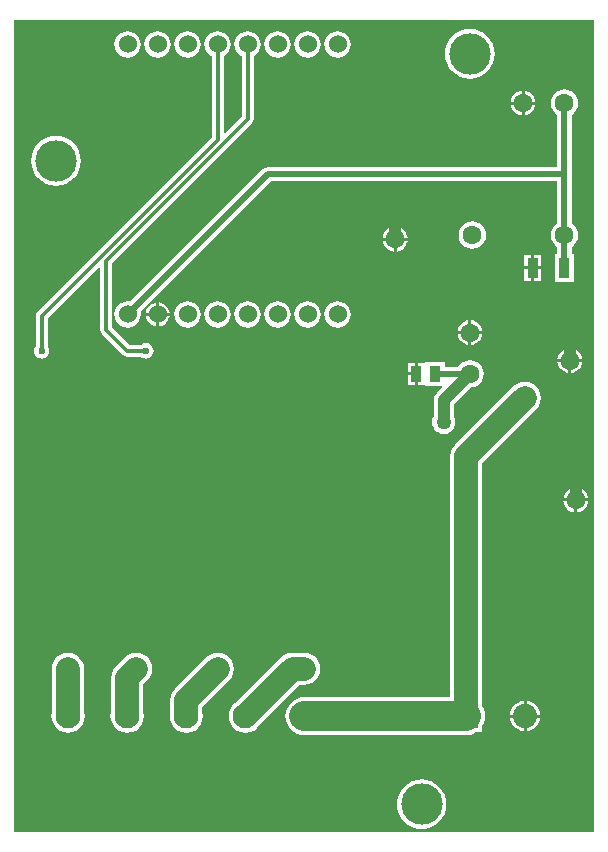
<source format=gbl>
G04*
G04 #@! TF.GenerationSoftware,Altium Limited,Altium Designer,18.0.9 (584)*
G04*
G04 Layer_Physical_Order=2*
G04 Layer_Color=16711680*
%FSLAX25Y25*%
%MOIN*%
G70*
G01*
G75*
%ADD10C,0.01968*%
%ADD15C,0.07874*%
%ADD45R,0.03740X0.05315*%
%ADD48C,0.01181*%
%ADD49C,0.03937*%
%ADD50C,0.09843*%
%ADD51C,0.06299*%
%ADD52R,0.08071X0.08071*%
%ADD53C,0.08071*%
%ADD54C,0.13780*%
%ADD55C,0.06000*%
%ADD56C,0.08268*%
%ADD57C,0.05000*%
%ADD58C,0.05906*%
%ADD59C,0.02362*%
%ADD60R,0.03740X0.06693*%
G36*
X195729Y2598D02*
X2598D01*
X2598Y273091D01*
X195729D01*
X195729Y2598D01*
D02*
G37*
%LPC*%
G36*
X110335Y269475D02*
X109192Y269324D01*
X108127Y268883D01*
X107212Y268181D01*
X106510Y267267D01*
X106069Y266202D01*
X105919Y265059D01*
X106069Y263916D01*
X106510Y262851D01*
X107212Y261937D01*
X108127Y261235D01*
X109192Y260794D01*
X110335Y260643D01*
X111477Y260794D01*
X112542Y261235D01*
X113457Y261937D01*
X114159Y262851D01*
X114600Y263916D01*
X114750Y265059D01*
X114600Y266202D01*
X114159Y267267D01*
X113457Y268181D01*
X112542Y268883D01*
X111477Y269324D01*
X110335Y269475D01*
D02*
G37*
G36*
X100335D02*
X99192Y269324D01*
X98127Y268883D01*
X97212Y268181D01*
X96510Y267267D01*
X96069Y266202D01*
X95919Y265059D01*
X96069Y263916D01*
X96510Y262851D01*
X97212Y261937D01*
X98127Y261235D01*
X99192Y260794D01*
X100335Y260643D01*
X101478Y260794D01*
X102542Y261235D01*
X103457Y261937D01*
X104159Y262851D01*
X104600Y263916D01*
X104750Y265059D01*
X104600Y266202D01*
X104159Y267267D01*
X103457Y268181D01*
X102542Y268883D01*
X101478Y269324D01*
X100335Y269475D01*
D02*
G37*
G36*
X90335D02*
X89192Y269324D01*
X88127Y268883D01*
X87212Y268181D01*
X86510Y267267D01*
X86069Y266202D01*
X85919Y265059D01*
X86069Y263916D01*
X86510Y262851D01*
X87212Y261937D01*
X88127Y261235D01*
X89192Y260794D01*
X90335Y260643D01*
X91478Y260794D01*
X92542Y261235D01*
X93457Y261937D01*
X94159Y262851D01*
X94600Y263916D01*
X94750Y265059D01*
X94600Y266202D01*
X94159Y267267D01*
X93457Y268181D01*
X92542Y268883D01*
X91478Y269324D01*
X90335Y269475D01*
D02*
G37*
G36*
X60335D02*
X59192Y269324D01*
X58127Y268883D01*
X57212Y268181D01*
X56511Y267267D01*
X56069Y266202D01*
X55919Y265059D01*
X56069Y263916D01*
X56511Y262851D01*
X57212Y261937D01*
X58127Y261235D01*
X59192Y260794D01*
X60335Y260643D01*
X61478Y260794D01*
X62542Y261235D01*
X63457Y261937D01*
X64159Y262851D01*
X64600Y263916D01*
X64750Y265059D01*
X64600Y266202D01*
X64159Y267267D01*
X63457Y268181D01*
X62542Y268883D01*
X61478Y269324D01*
X60335Y269475D01*
D02*
G37*
G36*
X50335D02*
X49192Y269324D01*
X48127Y268883D01*
X47212Y268181D01*
X46510Y267267D01*
X46069Y266202D01*
X45919Y265059D01*
X46069Y263916D01*
X46510Y262851D01*
X47212Y261937D01*
X48127Y261235D01*
X49192Y260794D01*
X50335Y260643D01*
X51477Y260794D01*
X52543Y261235D01*
X53457Y261937D01*
X54159Y262851D01*
X54600Y263916D01*
X54750Y265059D01*
X54600Y266202D01*
X54159Y267267D01*
X53457Y268181D01*
X52543Y268883D01*
X51477Y269324D01*
X50335Y269475D01*
D02*
G37*
G36*
X40335D02*
X39192Y269324D01*
X38127Y268883D01*
X37212Y268181D01*
X36511Y267267D01*
X36069Y266202D01*
X35919Y265059D01*
X36069Y263916D01*
X36511Y262851D01*
X37212Y261937D01*
X38127Y261235D01*
X39192Y260794D01*
X40335Y260643D01*
X41478Y260794D01*
X42542Y261235D01*
X43457Y261937D01*
X44159Y262851D01*
X44600Y263916D01*
X44750Y265059D01*
X44600Y266202D01*
X44159Y267267D01*
X43457Y268181D01*
X42542Y268883D01*
X41478Y269324D01*
X40335Y269475D01*
D02*
G37*
G36*
X154331Y270217D02*
X152710Y270058D01*
X151152Y269585D01*
X149715Y268817D01*
X148456Y267784D01*
X147423Y266525D01*
X146655Y265089D01*
X146183Y263530D01*
X146023Y261910D01*
X146183Y260289D01*
X146655Y258730D01*
X147423Y257294D01*
X148456Y256035D01*
X149715Y255002D01*
X151152Y254234D01*
X152710Y253761D01*
X154331Y253602D01*
X155951Y253761D01*
X157510Y254234D01*
X158946Y255002D01*
X160205Y256035D01*
X161238Y257294D01*
X162006Y258730D01*
X162479Y260289D01*
X162638Y261910D01*
X162479Y263530D01*
X162006Y265089D01*
X161238Y266525D01*
X160205Y267784D01*
X158946Y268817D01*
X157510Y269585D01*
X155951Y270058D01*
X154331Y270217D01*
D02*
G37*
G36*
X172646Y249592D02*
Y245972D01*
X176265D01*
X176189Y246556D01*
X175770Y247565D01*
X175105Y248432D01*
X174238Y249097D01*
X173229Y249515D01*
X172646Y249592D01*
D02*
G37*
G36*
X171646Y249592D02*
X171062Y249515D01*
X170053Y249097D01*
X169186Y248432D01*
X168521Y247565D01*
X168103Y246556D01*
X168026Y245972D01*
X171646D01*
Y249592D01*
D02*
G37*
G36*
Y244972D02*
X168026D01*
X168103Y244389D01*
X168521Y243380D01*
X169186Y242513D01*
X170053Y241848D01*
X171062Y241430D01*
X171646Y241353D01*
Y244972D01*
D02*
G37*
G36*
X176265D02*
X172646D01*
Y241353D01*
X173229Y241430D01*
X174238Y241848D01*
X175105Y242513D01*
X175770Y243380D01*
X176189Y244389D01*
X176265Y244972D01*
D02*
G37*
G36*
X80335Y269475D02*
X79192Y269324D01*
X78127Y268883D01*
X77212Y268181D01*
X76511Y267267D01*
X76069Y266202D01*
X75919Y265059D01*
X76069Y263916D01*
X76511Y262851D01*
X77212Y261937D01*
X78127Y261235D01*
X78328Y261152D01*
Y240975D01*
X72804Y235451D01*
X72342Y235643D01*
Y261152D01*
X72543Y261235D01*
X73457Y261937D01*
X74159Y262851D01*
X74600Y263916D01*
X74750Y265059D01*
X74600Y266202D01*
X74159Y267267D01*
X73457Y268181D01*
X72543Y268883D01*
X71478Y269324D01*
X70335Y269475D01*
X69192Y269324D01*
X68127Y268883D01*
X67212Y268181D01*
X66510Y267267D01*
X66069Y266202D01*
X65919Y265059D01*
X66069Y263916D01*
X66510Y262851D01*
X67212Y261937D01*
X68127Y261235D01*
X68328Y261152D01*
Y234060D01*
X10195Y175927D01*
X9760Y175276D01*
X9607Y174508D01*
Y164482D01*
X9379Y164184D01*
X9121Y163562D01*
X9033Y162894D01*
X9121Y162226D01*
X9379Y161603D01*
X9789Y161069D01*
X10324Y160658D01*
X10946Y160400D01*
X11614Y160313D01*
X12282Y160400D01*
X12905Y160658D01*
X13439Y161069D01*
X13849Y161603D01*
X14107Y162226D01*
X14195Y162894D01*
X14107Y163562D01*
X13849Y164184D01*
X13621Y164482D01*
Y173677D01*
X30700Y190756D01*
X31162Y190564D01*
Y169980D01*
X31315Y169212D01*
X31750Y168561D01*
X38837Y161475D01*
X39488Y161039D01*
X40256Y160887D01*
X44770D01*
X45068Y160658D01*
X45690Y160400D01*
X46358Y160313D01*
X47026Y160400D01*
X47649Y160658D01*
X48183Y161069D01*
X48594Y161603D01*
X48851Y162226D01*
X48939Y162894D01*
X48851Y163562D01*
X48594Y164184D01*
X48183Y164719D01*
X47649Y165129D01*
X47026Y165387D01*
X46358Y165475D01*
X45690Y165387D01*
X45068Y165129D01*
X44770Y164901D01*
X41087D01*
X35176Y170812D01*
Y192147D01*
X81754Y238725D01*
X82189Y239376D01*
X82342Y240144D01*
Y261152D01*
X82543Y261235D01*
X83457Y261937D01*
X84159Y262851D01*
X84600Y263916D01*
X84750Y265059D01*
X84600Y266202D01*
X84159Y267267D01*
X83457Y268181D01*
X82543Y268883D01*
X81477Y269324D01*
X80335Y269475D01*
D02*
G37*
G36*
X16437Y234587D02*
X14816Y234428D01*
X13258Y233955D01*
X11822Y233187D01*
X10563Y232154D01*
X9529Y230895D01*
X8762Y229459D01*
X8289Y227900D01*
X8129Y226279D01*
X8289Y224659D01*
X8762Y223100D01*
X9529Y221664D01*
X10563Y220405D01*
X11822Y219372D01*
X13258Y218604D01*
X14816Y218131D01*
X16437Y217972D01*
X18058Y218131D01*
X19616Y218604D01*
X21053Y219372D01*
X22311Y220405D01*
X23345Y221664D01*
X24112Y223100D01*
X24585Y224659D01*
X24745Y226279D01*
X24585Y227900D01*
X24112Y229459D01*
X23345Y230895D01*
X22311Y232154D01*
X21053Y233187D01*
X19616Y233955D01*
X18058Y234428D01*
X16437Y234587D01*
D02*
G37*
G36*
X130028Y204218D02*
Y200598D01*
X133647D01*
X133570Y201182D01*
X133152Y202191D01*
X132487Y203058D01*
X131620Y203723D01*
X130611Y204141D01*
X130028Y204218D01*
D02*
G37*
G36*
X129028D02*
X128444Y204141D01*
X127435Y203723D01*
X126568Y203058D01*
X125903Y202191D01*
X125485Y201182D01*
X125408Y200598D01*
X129028D01*
Y204218D01*
D02*
G37*
G36*
X155217Y206043D02*
X154035Y205887D01*
X152933Y205431D01*
X151987Y204706D01*
X151262Y203760D01*
X150805Y202658D01*
X150650Y201476D01*
X150805Y200294D01*
X151262Y199193D01*
X151987Y198247D01*
X152933Y197522D01*
X154035Y197065D01*
X155217Y196910D01*
X156398Y197065D01*
X157500Y197522D01*
X158446Y198247D01*
X159171Y199193D01*
X159628Y200294D01*
X159783Y201476D01*
X159628Y202658D01*
X159171Y203760D01*
X158446Y204706D01*
X157500Y205431D01*
X156398Y205887D01*
X155217Y206043D01*
D02*
G37*
G36*
X133647Y199598D02*
X130028D01*
Y195979D01*
X130611Y196056D01*
X131620Y196474D01*
X132487Y197139D01*
X133152Y198006D01*
X133570Y199015D01*
X133647Y199598D01*
D02*
G37*
G36*
X129028D02*
X125408D01*
X125485Y199015D01*
X125903Y198006D01*
X126568Y197139D01*
X127435Y196474D01*
X128444Y196056D01*
X129028Y195979D01*
Y199598D01*
D02*
G37*
G36*
X178165Y194898D02*
X175795D01*
Y191051D01*
X178165D01*
Y194898D01*
D02*
G37*
G36*
X174795D02*
X172425D01*
Y191051D01*
X174795D01*
Y194898D01*
D02*
G37*
G36*
X178165Y190051D02*
X175795D01*
Y186205D01*
X178165D01*
Y190051D01*
D02*
G37*
G36*
X174795D02*
X172425D01*
Y186205D01*
X174795D01*
Y190051D01*
D02*
G37*
G36*
X185925Y250039D02*
X184743Y249884D01*
X183642Y249427D01*
X182696Y248702D01*
X181970Y247756D01*
X181514Y246654D01*
X181359Y245472D01*
X181514Y244290D01*
X181970Y243189D01*
X182696Y242243D01*
X183517Y241614D01*
Y224160D01*
X87028D01*
X86106Y223977D01*
X85325Y223455D01*
X41227Y179357D01*
X40335Y179475D01*
X39192Y179324D01*
X38127Y178883D01*
X37212Y178181D01*
X36511Y177267D01*
X36069Y176202D01*
X35919Y175059D01*
X36069Y173916D01*
X36511Y172851D01*
X37212Y171937D01*
X38127Y171235D01*
X39192Y170794D01*
X40335Y170643D01*
X41478Y170794D01*
X42542Y171235D01*
X43457Y171937D01*
X44159Y172851D01*
X44600Y173916D01*
X44750Y175059D01*
X44633Y175951D01*
X88025Y219343D01*
X183517D01*
Y205335D01*
X182696Y204706D01*
X181970Y203760D01*
X181514Y202658D01*
X181359Y201476D01*
X181514Y200294D01*
X181970Y199193D01*
X182696Y198247D01*
X183517Y197618D01*
Y195276D01*
X182677D01*
Y185827D01*
X189173D01*
Y195276D01*
X188334D01*
Y197618D01*
X189154Y198247D01*
X189880Y199193D01*
X190336Y200294D01*
X190492Y201476D01*
X190336Y202658D01*
X189880Y203760D01*
X189154Y204706D01*
X188334Y205335D01*
Y221752D01*
Y241614D01*
X189154Y242243D01*
X189880Y243189D01*
X190336Y244290D01*
X190492Y245472D01*
X190336Y246654D01*
X189880Y247756D01*
X189154Y248702D01*
X188208Y249427D01*
X187107Y249884D01*
X185925Y250039D01*
D02*
G37*
G36*
X50835Y179028D02*
Y175559D01*
X54303D01*
X54232Y176103D01*
X53829Y177076D01*
X53188Y177912D01*
X52352Y178553D01*
X51379Y178956D01*
X50835Y179028D01*
D02*
G37*
G36*
X49835Y179028D02*
X49290Y178956D01*
X48317Y178553D01*
X47482Y177912D01*
X46841Y177076D01*
X46438Y176103D01*
X46366Y175559D01*
X49835D01*
Y179028D01*
D02*
G37*
G36*
X54303Y174559D02*
X50835D01*
Y171090D01*
X51379Y171162D01*
X52352Y171565D01*
X53188Y172206D01*
X53829Y173042D01*
X54232Y174015D01*
X54303Y174559D01*
D02*
G37*
G36*
X49835D02*
X46366D01*
X46438Y174015D01*
X46841Y173042D01*
X47482Y172206D01*
X48317Y171565D01*
X49290Y171162D01*
X49835Y171090D01*
Y174559D01*
D02*
G37*
G36*
X110335Y179475D02*
X109192Y179324D01*
X108127Y178883D01*
X107212Y178181D01*
X106510Y177267D01*
X106069Y176202D01*
X105919Y175059D01*
X106069Y173916D01*
X106510Y172851D01*
X107212Y171937D01*
X108127Y171235D01*
X109192Y170794D01*
X110335Y170643D01*
X111477Y170794D01*
X112542Y171235D01*
X113457Y171937D01*
X114159Y172851D01*
X114600Y173916D01*
X114750Y175059D01*
X114600Y176202D01*
X114159Y177267D01*
X113457Y178181D01*
X112542Y178883D01*
X111477Y179324D01*
X110335Y179475D01*
D02*
G37*
G36*
X100335D02*
X99192Y179324D01*
X98127Y178883D01*
X97212Y178181D01*
X96510Y177267D01*
X96069Y176202D01*
X95919Y175059D01*
X96069Y173916D01*
X96510Y172851D01*
X97212Y171937D01*
X98127Y171235D01*
X99192Y170794D01*
X100335Y170643D01*
X101478Y170794D01*
X102542Y171235D01*
X103457Y171937D01*
X104159Y172851D01*
X104600Y173916D01*
X104750Y175059D01*
X104600Y176202D01*
X104159Y177267D01*
X103457Y178181D01*
X102542Y178883D01*
X101478Y179324D01*
X100335Y179475D01*
D02*
G37*
G36*
X90335D02*
X89192Y179324D01*
X88127Y178883D01*
X87212Y178181D01*
X86510Y177267D01*
X86069Y176202D01*
X85919Y175059D01*
X86069Y173916D01*
X86510Y172851D01*
X87212Y171937D01*
X88127Y171235D01*
X89192Y170794D01*
X90335Y170643D01*
X91478Y170794D01*
X92542Y171235D01*
X93457Y171937D01*
X94159Y172851D01*
X94600Y173916D01*
X94750Y175059D01*
X94600Y176202D01*
X94159Y177267D01*
X93457Y178181D01*
X92542Y178883D01*
X91478Y179324D01*
X90335Y179475D01*
D02*
G37*
G36*
X80335D02*
X79192Y179324D01*
X78127Y178883D01*
X77212Y178181D01*
X76511Y177267D01*
X76069Y176202D01*
X75919Y175059D01*
X76069Y173916D01*
X76511Y172851D01*
X77212Y171937D01*
X78127Y171235D01*
X79192Y170794D01*
X80335Y170643D01*
X81477Y170794D01*
X82543Y171235D01*
X83457Y171937D01*
X84159Y172851D01*
X84600Y173916D01*
X84750Y175059D01*
X84600Y176202D01*
X84159Y177267D01*
X83457Y178181D01*
X82543Y178883D01*
X81477Y179324D01*
X80335Y179475D01*
D02*
G37*
G36*
X70335D02*
X69192Y179324D01*
X68127Y178883D01*
X67212Y178181D01*
X66510Y177267D01*
X66069Y176202D01*
X65919Y175059D01*
X66069Y173916D01*
X66510Y172851D01*
X67212Y171937D01*
X68127Y171235D01*
X69192Y170794D01*
X70335Y170643D01*
X71478Y170794D01*
X72543Y171235D01*
X73457Y171937D01*
X74159Y172851D01*
X74600Y173916D01*
X74750Y175059D01*
X74600Y176202D01*
X74159Y177267D01*
X73457Y178181D01*
X72543Y178883D01*
X71478Y179324D01*
X70335Y179475D01*
D02*
G37*
G36*
X60335D02*
X59192Y179324D01*
X58127Y178883D01*
X57212Y178181D01*
X56511Y177267D01*
X56069Y176202D01*
X55919Y175059D01*
X56069Y173916D01*
X56511Y172851D01*
X57212Y171937D01*
X58127Y171235D01*
X59192Y170794D01*
X60335Y170643D01*
X61478Y170794D01*
X62542Y171235D01*
X63457Y171937D01*
X64159Y172851D01*
X64600Y173916D01*
X64750Y175059D01*
X64600Y176202D01*
X64159Y177267D01*
X63457Y178181D01*
X62542Y178883D01*
X61478Y179324D01*
X60335Y179475D01*
D02*
G37*
G36*
X154929Y173116D02*
Y169496D01*
X158549D01*
X158472Y170079D01*
X158054Y171089D01*
X157389Y171956D01*
X156522Y172621D01*
X155512Y173039D01*
X154929Y173116D01*
D02*
G37*
G36*
X153929D02*
X153346Y173039D01*
X152336Y172621D01*
X151470Y171956D01*
X150804Y171089D01*
X150386Y170079D01*
X150310Y169496D01*
X153929D01*
Y173116D01*
D02*
G37*
G36*
X158549Y168496D02*
X154929D01*
Y164876D01*
X155512Y164953D01*
X156522Y165371D01*
X157389Y166036D01*
X158054Y166903D01*
X158472Y167913D01*
X158549Y168496D01*
D02*
G37*
G36*
X153929D02*
X150310D01*
X150386Y167913D01*
X150804Y166903D01*
X151470Y166036D01*
X152336Y165371D01*
X153346Y164953D01*
X153929Y164876D01*
Y168496D01*
D02*
G37*
G36*
X188197Y163765D02*
Y160146D01*
X191816D01*
X191740Y160729D01*
X191322Y161738D01*
X190656Y162605D01*
X189790Y163270D01*
X188780Y163689D01*
X188197Y163765D01*
D02*
G37*
G36*
X187197D02*
X186614Y163689D01*
X185604Y163270D01*
X184737Y162605D01*
X184072Y161738D01*
X183654Y160729D01*
X183577Y160146D01*
X187197D01*
Y163765D01*
D02*
G37*
G36*
X154429Y159783D02*
X153247Y159628D01*
X152146Y159171D01*
X151200Y158446D01*
X150570Y157625D01*
X146063D01*
Y159252D01*
X139567Y159252D01*
X139272Y158874D01*
X139067Y158874D01*
X137016D01*
Y155217D01*
Y151559D01*
X139272Y151559D01*
X139567Y151181D01*
X139681Y151181D01*
X144967D01*
X145158Y150719D01*
X143283Y148843D01*
X142746Y148144D01*
X142409Y147330D01*
X142294Y146457D01*
Y141046D01*
X142282Y141031D01*
X141891Y140087D01*
X141758Y139075D01*
X141891Y138062D01*
X142282Y137119D01*
X142903Y136309D01*
X143714Y135687D01*
X144657Y135297D01*
X145669Y135163D01*
X146682Y135297D01*
X147625Y135687D01*
X148435Y136309D01*
X149057Y137119D01*
X149447Y138062D01*
X149581Y139075D01*
X149447Y140087D01*
X149057Y141031D01*
X149045Y141046D01*
Y145059D01*
X154667Y150681D01*
X155611Y150805D01*
X156712Y151262D01*
X157658Y151987D01*
X158384Y152933D01*
X158840Y154035D01*
X158996Y155217D01*
X158840Y156398D01*
X158384Y157500D01*
X157658Y158446D01*
X156712Y159171D01*
X155611Y159628D01*
X154429Y159783D01*
D02*
G37*
G36*
X136016Y158874D02*
X133646D01*
Y155717D01*
X136016D01*
Y158874D01*
D02*
G37*
G36*
X191816Y159146D02*
X188197D01*
Y155526D01*
X188780Y155603D01*
X189790Y156021D01*
X190656Y156686D01*
X191322Y157553D01*
X191740Y158562D01*
X191816Y159146D01*
D02*
G37*
G36*
X187197D02*
X183577D01*
X183654Y158562D01*
X184072Y157553D01*
X184737Y156686D01*
X185604Y156021D01*
X186614Y155603D01*
X187197Y155526D01*
Y159146D01*
D02*
G37*
G36*
X136016Y154717D02*
X133646D01*
Y151559D01*
X136016D01*
Y154717D01*
D02*
G37*
G36*
X190165Y117309D02*
Y113689D01*
X193785D01*
X193708Y114272D01*
X193290Y115282D01*
X192625Y116148D01*
X191758Y116814D01*
X190749Y117232D01*
X190165Y117309D01*
D02*
G37*
G36*
X189165D02*
X188582Y117232D01*
X187573Y116814D01*
X186706Y116148D01*
X186041Y115282D01*
X185623Y114272D01*
X185546Y113689D01*
X189165D01*
Y117309D01*
D02*
G37*
G36*
X193785Y112689D02*
X190165D01*
Y109069D01*
X190749Y109146D01*
X191758Y109564D01*
X192625Y110229D01*
X193290Y111096D01*
X193708Y112106D01*
X193785Y112689D01*
D02*
G37*
G36*
X189165D02*
X185546D01*
X185623Y112106D01*
X186041Y111096D01*
X186706Y110229D01*
X187573Y109564D01*
X188582Y109146D01*
X189165Y109069D01*
Y112689D01*
D02*
G37*
G36*
X173335Y46155D02*
Y41642D01*
X177848D01*
X177741Y42456D01*
X177233Y43681D01*
X176426Y44733D01*
X175374Y45540D01*
X174149Y46048D01*
X173335Y46155D01*
D02*
G37*
G36*
X172335D02*
X171520Y46048D01*
X170295Y45540D01*
X169243Y44733D01*
X168436Y43681D01*
X167929Y42456D01*
X167822Y41642D01*
X172335D01*
Y46155D01*
D02*
G37*
G36*
X177848Y40642D02*
X173335D01*
Y36129D01*
X174149Y36236D01*
X175374Y36743D01*
X176426Y37550D01*
X177233Y38602D01*
X177741Y39827D01*
X177848Y40642D01*
D02*
G37*
G36*
X172335D02*
X167822D01*
X167929Y39827D01*
X168436Y38602D01*
X169243Y37550D01*
X170295Y36743D01*
X171520Y36236D01*
X172335Y36129D01*
Y40642D01*
D02*
G37*
G36*
X99213Y62251D02*
X95276D01*
X93888Y62068D01*
X92595Y61532D01*
X91485Y60680D01*
X76770Y45965D01*
X76748Y45956D01*
X75596Y45073D01*
X74713Y43921D01*
X74158Y42581D01*
X73968Y41142D01*
X74158Y39703D01*
X74713Y38362D01*
X75596Y37211D01*
X76748Y36327D01*
X78089Y35772D01*
X79528Y35582D01*
X80966Y35772D01*
X82307Y36327D01*
X83459Y37211D01*
X84342Y38362D01*
X84351Y38384D01*
X97496Y51529D01*
X99213D01*
X100600Y51712D01*
X101893Y52247D01*
X103003Y53099D01*
X103855Y54209D01*
X104391Y55502D01*
X104573Y56890D01*
X104391Y58277D01*
X103855Y59570D01*
X103003Y60680D01*
X101893Y61532D01*
X100600Y62068D01*
X99213Y62251D01*
D02*
G37*
G36*
X70385D02*
X68997Y62068D01*
X67704Y61532D01*
X66594Y60680D01*
X56052Y50138D01*
X55200Y49028D01*
X54664Y47735D01*
X54482Y46347D01*
Y42603D01*
X54473Y42581D01*
X54283Y41142D01*
X54473Y39703D01*
X55028Y38362D01*
X55911Y37211D01*
X57063Y36327D01*
X58404Y35772D01*
X59842Y35582D01*
X61281Y35772D01*
X62622Y36327D01*
X63774Y37211D01*
X64657Y38362D01*
X65213Y39703D01*
X65402Y41142D01*
X65213Y42581D01*
X65203Y42603D01*
Y44127D01*
X74175Y53099D01*
X75027Y54209D01*
X75563Y55502D01*
X75746Y56890D01*
X75563Y58277D01*
X75027Y59570D01*
X74175Y60680D01*
X73065Y61532D01*
X71772Y62068D01*
X70385Y62251D01*
D02*
G37*
G36*
X43154D02*
X41766Y62068D01*
X40473Y61532D01*
X39363Y60680D01*
X36367Y57684D01*
X35515Y56574D01*
X34979Y55281D01*
X34797Y53893D01*
Y42603D01*
X34787Y42581D01*
X34598Y41142D01*
X34787Y39703D01*
X35343Y38362D01*
X36226Y37211D01*
X37378Y36327D01*
X38719Y35772D01*
X40157Y35582D01*
X41596Y35772D01*
X42937Y36327D01*
X44089Y37211D01*
X44972Y38362D01*
X45527Y39703D01*
X45717Y41142D01*
X45527Y42581D01*
X45518Y42603D01*
Y51673D01*
X46944Y53099D01*
X47796Y54209D01*
X48332Y55502D01*
X48515Y56890D01*
X48332Y58277D01*
X47796Y59570D01*
X46944Y60680D01*
X45834Y61532D01*
X44541Y62068D01*
X43154Y62251D01*
D02*
G37*
G36*
X20374D02*
X18986Y62068D01*
X17694Y61532D01*
X16583Y60680D01*
X15731Y59570D01*
X15196Y58277D01*
X15013Y56890D01*
X15112Y56142D01*
Y42603D01*
X15102Y42581D01*
X14913Y41142D01*
X15102Y39703D01*
X15658Y38362D01*
X16541Y37211D01*
X17693Y36327D01*
X19034Y35772D01*
X20472Y35582D01*
X21911Y35772D01*
X23252Y36327D01*
X24404Y37211D01*
X25287Y38362D01*
X25842Y39703D01*
X26032Y41142D01*
X25842Y42581D01*
X25833Y42603D01*
Y56791D01*
X25651Y58179D01*
X25115Y59472D01*
X24263Y60582D01*
X24165Y60680D01*
X23054Y61532D01*
X21761Y62068D01*
X20374Y62251D01*
D02*
G37*
G36*
X172697Y152605D02*
X171309Y152422D01*
X170016Y151887D01*
X168906Y151035D01*
X149359Y131488D01*
X148507Y130377D01*
X147971Y129084D01*
X147789Y127697D01*
Y68701D01*
Y47471D01*
X99213D01*
X97978Y47350D01*
X96790Y46990D01*
X95696Y46405D01*
X94737Y45617D01*
X93950Y44658D01*
X93365Y43564D01*
X93005Y42377D01*
X92883Y41142D01*
X93005Y39907D01*
X93365Y38719D01*
X93950Y37625D01*
X94737Y36666D01*
X95696Y35879D01*
X96790Y35294D01*
X97978Y34934D01*
X99213Y34812D01*
X153150D01*
X154385Y34934D01*
X155572Y35294D01*
X156385Y35728D01*
X158563D01*
Y37907D01*
X158997Y38719D01*
X159358Y39907D01*
X159479Y41142D01*
X159358Y42377D01*
X158997Y43564D01*
X158563Y44377D01*
Y46555D01*
X158510D01*
Y68701D01*
Y125476D01*
X176488Y143453D01*
X177339Y144564D01*
X177875Y145857D01*
X178058Y147244D01*
X177875Y148632D01*
X177339Y149925D01*
X176488Y151035D01*
X175377Y151887D01*
X174084Y152422D01*
X172697Y152605D01*
D02*
G37*
G36*
X138287Y20020D02*
X136667Y19861D01*
X135108Y19388D01*
X133672Y18620D01*
X132413Y17587D01*
X131380Y16328D01*
X130612Y14892D01*
X130139Y13333D01*
X129980Y11713D01*
X130139Y10092D01*
X130612Y8533D01*
X131380Y7097D01*
X132413Y5838D01*
X133672Y4805D01*
X135108Y4037D01*
X136667Y3565D01*
X138287Y3405D01*
X139908Y3565D01*
X141467Y4037D01*
X142903Y4805D01*
X144162Y5838D01*
X145195Y7097D01*
X145963Y8533D01*
X146435Y10092D01*
X146595Y11713D01*
X146435Y13333D01*
X145963Y14892D01*
X145195Y16328D01*
X144162Y17587D01*
X142903Y18620D01*
X141467Y19388D01*
X139908Y19861D01*
X138287Y20020D01*
D02*
G37*
%LPD*%
D10*
X142815Y155217D02*
X154429D01*
X185925Y190551D02*
Y201476D01*
Y221752D02*
Y245472D01*
Y201476D02*
Y221752D01*
X40335Y175059D02*
X87028Y221752D01*
X185925D01*
D15*
X153150Y68701D02*
Y127697D01*
Y41142D02*
Y68701D01*
Y127697D02*
X172697Y147244D01*
X95276Y56890D02*
X99213D01*
X79528Y41142D02*
X95276Y56890D01*
X59842Y46347D02*
X70385Y56890D01*
X59842Y41142D02*
Y46347D01*
X40157Y53893D02*
X43154Y56890D01*
X40157Y41142D02*
Y53893D01*
X20374Y56890D02*
X20472Y56791D01*
Y41142D02*
Y56791D01*
D45*
X142815Y155217D02*
D03*
X136516D02*
D03*
D48*
X80335Y240144D02*
Y265059D01*
X33169Y192978D02*
X80335Y240144D01*
X33169Y169980D02*
Y192978D01*
X70335Y233228D02*
Y265059D01*
X11614Y174508D02*
X70335Y233228D01*
X11614Y162894D02*
Y174508D01*
X40256Y162894D02*
X46358D01*
X33169Y169980D02*
X40256Y162894D01*
D49*
X189665Y113189D02*
Y119095D01*
X129528Y200098D02*
Y206004D01*
X187697Y159646D02*
Y165551D01*
X145669Y139075D02*
Y146457D01*
X154429Y155217D01*
D50*
X118898Y41142D02*
X153150D01*
X99213D02*
X118898D01*
D51*
X185925Y201476D02*
D03*
X155217D02*
D03*
X172146Y245472D02*
D03*
X185925D02*
D03*
X154429Y168996D02*
D03*
Y155217D02*
D03*
X189665Y113189D02*
D03*
X129528Y200098D02*
D03*
X172697Y147244D02*
D03*
X187697Y159646D02*
D03*
D52*
X153150Y41142D02*
D03*
D53*
X172835D02*
D03*
D54*
X16437Y226279D02*
D03*
X138287Y11713D02*
D03*
X154331Y261910D02*
D03*
D55*
X110335Y265059D02*
D03*
X100335D02*
D03*
X90335D02*
D03*
X80335D02*
D03*
X70335D02*
D03*
X60335D02*
D03*
X50335D02*
D03*
X40335D02*
D03*
X110335Y175059D02*
D03*
X100335D02*
D03*
X90335D02*
D03*
X80335D02*
D03*
X70335D02*
D03*
X60335D02*
D03*
X50335D02*
D03*
X40335D02*
D03*
D56*
X20472Y41142D02*
D03*
X40157D02*
D03*
X59842D02*
D03*
X79528D02*
D03*
X99213D02*
D03*
X118898D02*
D03*
D57*
X145669Y139075D02*
D03*
D58*
X99213Y56890D02*
D03*
X70385D02*
D03*
X43154D02*
D03*
X20374D02*
D03*
D59*
X11614Y162894D02*
D03*
X46358D02*
D03*
D60*
X175295Y190551D02*
D03*
X185925D02*
D03*
M02*

</source>
